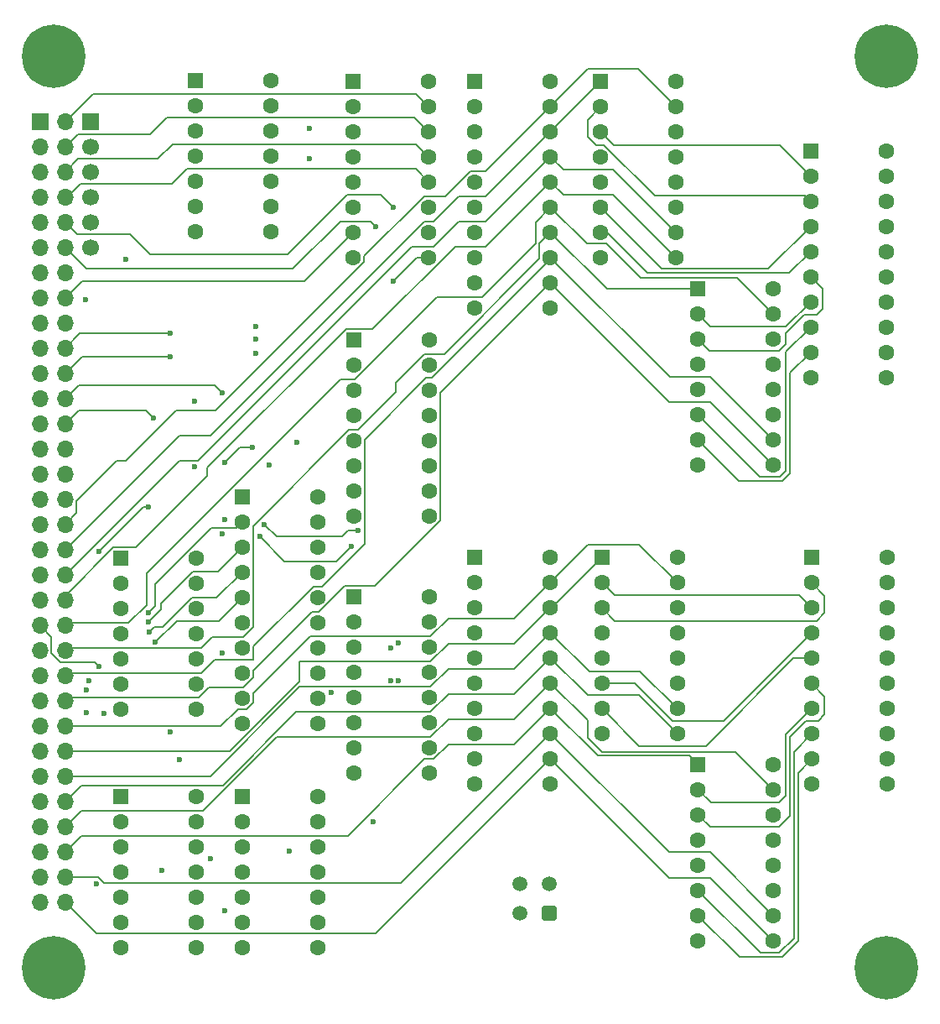
<source format=gbr>
%TF.GenerationSoftware,KiCad,Pcbnew,9.0.4*%
%TF.CreationDate,2025-09-05T01:15:07-04:00*%
%TF.ProjectId,tta8_cu_async,74746138-5f63-4755-9f61-73796e632e6b,0*%
%TF.SameCoordinates,Original*%
%TF.FileFunction,Copper,L2,Inr*%
%TF.FilePolarity,Positive*%
%FSLAX46Y46*%
G04 Gerber Fmt 4.6, Leading zero omitted, Abs format (unit mm)*
G04 Created by KiCad (PCBNEW 9.0.4) date 2025-09-05 01:15:07*
%MOMM*%
%LPD*%
G01*
G04 APERTURE LIST*
G04 Aperture macros list*
%AMRoundRect*
0 Rectangle with rounded corners*
0 $1 Rounding radius*
0 $2 $3 $4 $5 $6 $7 $8 $9 X,Y pos of 4 corners*
0 Add a 4 corners polygon primitive as box body*
4,1,4,$2,$3,$4,$5,$6,$7,$8,$9,$2,$3,0*
0 Add four circle primitives for the rounded corners*
1,1,$1+$1,$2,$3*
1,1,$1+$1,$4,$5*
1,1,$1+$1,$6,$7*
1,1,$1+$1,$8,$9*
0 Add four rect primitives between the rounded corners*
20,1,$1+$1,$2,$3,$4,$5,0*
20,1,$1+$1,$4,$5,$6,$7,0*
20,1,$1+$1,$6,$7,$8,$9,0*
20,1,$1+$1,$8,$9,$2,$3,0*%
G04 Aperture macros list end*
%TA.AperFunction,ComponentPad*%
%ADD10R,1.700000X1.700000*%
%TD*%
%TA.AperFunction,ComponentPad*%
%ADD11C,1.700000*%
%TD*%
%TA.AperFunction,ComponentPad*%
%ADD12RoundRect,0.250000X-0.550000X-0.550000X0.550000X-0.550000X0.550000X0.550000X-0.550000X0.550000X0*%
%TD*%
%TA.AperFunction,ComponentPad*%
%ADD13C,1.600000*%
%TD*%
%TA.AperFunction,ComponentPad*%
%ADD14C,6.400000*%
%TD*%
%TA.AperFunction,ComponentPad*%
%ADD15O,1.700000X1.700000*%
%TD*%
%TA.AperFunction,ComponentPad*%
%ADD16RoundRect,0.250001X0.499999X0.499999X-0.499999X0.499999X-0.499999X-0.499999X0.499999X-0.499999X0*%
%TD*%
%TA.AperFunction,ComponentPad*%
%ADD17C,1.500000*%
%TD*%
%TA.AperFunction,ViaPad*%
%ADD18C,0.600000*%
%TD*%
%TA.AperFunction,Conductor*%
%ADD19C,0.200000*%
%TD*%
G04 APERTURE END LIST*
D10*
%TO.N,srce0*%
%TO.C,J2*%
X62650000Y-57645000D03*
D11*
%TO.N,srce1*%
X62650000Y-60185000D03*
%TO.N,srce2*%
X62650000Y-62725000D03*
%TO.N,dste0*%
X62650000Y-65265000D03*
%TO.N,dste1*%
X62650000Y-67805000D03*
%TO.N,dste2*%
X62650000Y-70345000D03*
%TD*%
D12*
%TO.N,Net-(U4-Q6)*%
%TO.C,U5*%
X89250000Y-105600000D03*
D13*
%TO.N,Net-(U4-Q7)*%
X89250000Y-108140000D03*
%TO.N,GND*%
X89250000Y-110680000D03*
X89250000Y-113220000D03*
X89250000Y-115760000D03*
%TO.N,+5V*%
X89250000Y-118300000D03*
%TO.N,unconnected-(U5-Y7-Pad7)*%
X89250000Y-120840000D03*
%TO.N,GND*%
X89250000Y-123380000D03*
%TO.N,unconnected-(U5-Y6-Pad9)*%
X96870000Y-123380000D03*
%TO.N,unconnected-(U5-Y5-Pad10)*%
X96870000Y-120840000D03*
%TO.N,unconnected-(U5-Y4-Pad11)*%
X96870000Y-118300000D03*
%TO.N,MVI*%
X96870000Y-115760000D03*
%TO.N,mvz*%
X96870000Y-113220000D03*
%TO.N,mvc*%
X96870000Y-110680000D03*
%TO.N,mv*%
X96870000Y-108140000D03*
%TO.N,+5V*%
X96870000Y-105600000D03*
%TD*%
D14*
%TO.N,unconnected-(H3-Pad1)*%
%TO.C,H3*%
X59000000Y-143000000D03*
%TD*%
%TO.N,unconnected-(H2-Pad1)*%
%TO.C,H2*%
X143000000Y-51000000D03*
%TD*%
D12*
%TO.N,Net-(U13-OE)*%
%TO.C,U13*%
X135380000Y-60570000D03*
D13*
%TO.N,a0*%
X135380000Y-63110000D03*
%TO.N,a1*%
X135380000Y-65650000D03*
%TO.N,a2*%
X135380000Y-68190000D03*
%TO.N,a3*%
X135380000Y-70730000D03*
%TO.N,a4*%
X135380000Y-73270000D03*
%TO.N,a5*%
X135380000Y-75810000D03*
%TO.N,a6*%
X135380000Y-78350000D03*
%TO.N,a7*%
X135380000Y-80890000D03*
%TO.N,GND*%
X135380000Y-83430000D03*
%TO.N,+5V*%
X143000000Y-83430000D03*
%TO.N,A7*%
X143000000Y-80890000D03*
%TO.N,A6*%
X143000000Y-78350000D03*
%TO.N,A5*%
X143000000Y-75810000D03*
%TO.N,A4*%
X143000000Y-73270000D03*
%TO.N,A3*%
X143000000Y-70730000D03*
%TO.N,A2*%
X143000000Y-68190000D03*
%TO.N,A1*%
X143000000Y-65650000D03*
%TO.N,A0*%
X143000000Y-63110000D03*
%TO.N,+5V*%
X143000000Y-60570000D03*
%TD*%
D10*
%TO.N,A0*%
%TO.C,J1*%
X57570000Y-57645000D03*
D15*
%TO.N,src0*%
X60110000Y-57645000D03*
%TO.N,A1*%
X57570000Y-60185000D03*
%TO.N,SRC1*%
X60110000Y-60185000D03*
%TO.N,A2*%
X57570000Y-62725000D03*
%TO.N,SRC2*%
X60110000Y-62725000D03*
%TO.N,A3*%
X57570000Y-65265000D03*
%TO.N,SRC3*%
X60110000Y-65265000D03*
%TO.N,A4*%
X57570000Y-67805000D03*
%TO.N,SRC4*%
X60110000Y-67805000D03*
%TO.N,A5*%
X57570000Y-70345000D03*
%TO.N,SRC5*%
X60110000Y-70345000D03*
%TO.N,A6*%
X57570000Y-72885000D03*
%TO.N,SRC6*%
X60110000Y-72885000D03*
%TO.N,A7*%
X57570000Y-75425000D03*
%TO.N,SRC7*%
X60110000Y-75425000D03*
%TO.N,A8*%
X57570000Y-77965000D03*
%TO.N,dst0*%
X60110000Y-77965000D03*
%TO.N,A9*%
X57570000Y-80505000D03*
%TO.N,DST1*%
X60110000Y-80505000D03*
%TO.N,A10*%
X57570000Y-83045000D03*
%TO.N,DST2*%
X60110000Y-83045000D03*
%TO.N,A11*%
X57570000Y-85585000D03*
%TO.N,DST3*%
X60110000Y-85585000D03*
%TO.N,A12*%
X57570000Y-88125000D03*
%TO.N,DST4*%
X60110000Y-88125000D03*
%TO.N,A13*%
X57570000Y-90665000D03*
%TO.N,DST5*%
X60110000Y-90665000D03*
%TO.N,A14*%
X57570000Y-93205000D03*
%TO.N,DST6*%
X60110000Y-93205000D03*
%TO.N,A15*%
X57570000Y-95745000D03*
%TO.N,DST7*%
X60110000Y-95745000D03*
%TO.N,D0*%
X57570000Y-98285000D03*
%TO.N,T0*%
X60110000Y-98285000D03*
%TO.N,D1*%
X57570000Y-100825000D03*
%TO.N,T1*%
X60110000Y-100825000D03*
%TO.N,D2*%
X57570000Y-103365000D03*
%TO.N,T2*%
X60110000Y-103365000D03*
%TO.N,D3*%
X57570000Y-105905000D03*
%TO.N,T3*%
X60110000Y-105905000D03*
%TO.N,D4*%
X57570000Y-108445000D03*
%TO.N,T4*%
X60110000Y-108445000D03*
%TO.N,D5*%
X57570000Y-110985000D03*
%TO.N,T5*%
X60110000Y-110985000D03*
%TO.N,D6*%
X57570000Y-113525000D03*
%TO.N,T6*%
X60110000Y-113525000D03*
%TO.N,D7*%
X57570000Y-116065000D03*
%TO.N,T7*%
X60110000Y-116065000D03*
%TO.N,LDI*%
X57570000Y-118605000D03*
%TO.N,T8*%
X60110000Y-118605000D03*
%TO.N,EXC*%
X57570000Y-121145000D03*
%TO.N,T9*%
X60110000Y-121145000D03*
%TO.N,CLK*%
X57570000Y-123685000D03*
%TO.N,T10*%
X60110000Y-123685000D03*
%TO.N,{slash}R*%
X57570000Y-126225000D03*
%TO.N,T11*%
X60110000Y-126225000D03*
%TO.N,CARRY*%
X57570000Y-128765000D03*
%TO.N,T12*%
X60110000Y-128765000D03*
%TO.N,ZERO*%
X57570000Y-131305000D03*
%TO.N,T13*%
X60110000Y-131305000D03*
%TO.N,MOV*%
X57570000Y-133845000D03*
%TO.N,T14*%
X60110000Y-133845000D03*
%TO.N,MVI*%
X57570000Y-136385000D03*
%TO.N,T15*%
X60110000Y-136385000D03*
%TD*%
D12*
%TO.N,T1*%
%TO.C,U8*%
X114195000Y-53610000D03*
D13*
%TO.N,a1*%
X114195000Y-56150000D03*
%TO.N,a0*%
X114195000Y-58690000D03*
%TO.N,+5V*%
X114195000Y-61230000D03*
%TO.N,LDI*%
X114195000Y-63770000D03*
%TO.N,a2*%
X114195000Y-66310000D03*
%TO.N,a3*%
X114195000Y-68850000D03*
%TO.N,GND*%
X114195000Y-71390000D03*
%TO.N,T3*%
X121815000Y-71390000D03*
%TO.N,T2*%
X121815000Y-68850000D03*
%TO.N,Net-(U10-~{LOAD})*%
X121815000Y-66310000D03*
%TO.N,Net-(U8-~{CO})*%
X121815000Y-63770000D03*
%TO.N,Net-(U8-~{BO})*%
X121815000Y-61230000D03*
%TO.N,R*%
X121815000Y-58690000D03*
%TO.N,T0*%
X121815000Y-56150000D03*
%TO.N,+5V*%
X121815000Y-53610000D03*
%TD*%
D12*
%TO.N,T5*%
%TO.C,U9*%
X123995000Y-74510000D03*
D13*
%TO.N,a5*%
X123995000Y-77050000D03*
%TO.N,a4*%
X123995000Y-79590000D03*
%TO.N,Net-(U8-~{BO})*%
X123995000Y-82130000D03*
%TO.N,Net-(U8-~{CO})*%
X123995000Y-84670000D03*
%TO.N,a6*%
X123995000Y-87210000D03*
%TO.N,a7*%
X123995000Y-89750000D03*
%TO.N,GND*%
X123995000Y-92290000D03*
%TO.N,T7*%
X131615000Y-92290000D03*
%TO.N,T6*%
X131615000Y-89750000D03*
%TO.N,Net-(U10-~{LOAD})*%
X131615000Y-87210000D03*
%TO.N,Net-(U10-UP)*%
X131615000Y-84670000D03*
%TO.N,Net-(U10-DOWN)*%
X131615000Y-82130000D03*
%TO.N,R*%
X131615000Y-79590000D03*
%TO.N,T4*%
X131615000Y-77050000D03*
%TO.N,+5V*%
X131615000Y-74510000D03*
%TD*%
D12*
%TO.N,GND*%
%TO.C,U4*%
X78000000Y-95470000D03*
D13*
%TO.N,D0*%
X78000000Y-98010000D03*
%TO.N,D1*%
X78000000Y-100550000D03*
%TO.N,D2*%
X78000000Y-103090000D03*
%TO.N,D3*%
X78000000Y-105630000D03*
%TO.N,D4*%
X78000000Y-108170000D03*
%TO.N,D5*%
X78000000Y-110710000D03*
%TO.N,D6*%
X78000000Y-113250000D03*
%TO.N,D7*%
X78000000Y-115790000D03*
%TO.N,GND*%
X78000000Y-118330000D03*
%TO.N,LDI*%
X85620000Y-118330000D03*
%TO.N,Net-(U4-Q7)*%
X85620000Y-115790000D03*
%TO.N,Net-(U4-Q6)*%
X85620000Y-113250000D03*
%TO.N,dste2*%
X85620000Y-110710000D03*
%TO.N,dste1*%
X85620000Y-108170000D03*
%TO.N,dste0*%
X85620000Y-105630000D03*
%TO.N,srce2*%
X85620000Y-103090000D03*
%TO.N,srce1*%
X85620000Y-100550000D03*
%TO.N,srce0*%
X85620000Y-98010000D03*
%TO.N,+5V*%
X85620000Y-95470000D03*
%TD*%
D14*
%TO.N,unconnected-(H1-Pad1)*%
%TO.C,H1*%
X59000000Y-51000000D03*
%TD*%
D12*
%TO.N,CARRY*%
%TO.C,U3*%
X65750000Y-125710000D03*
D13*
%TO.N,mvc*%
X65750000Y-128250000D03*
%TO.N,Net-(U2-Pad4)*%
X65750000Y-130790000D03*
%TO.N,ZERO*%
X65750000Y-133330000D03*
%TO.N,mvz*%
X65750000Y-135870000D03*
%TO.N,Net-(U2-Pad5)*%
X65750000Y-138410000D03*
%TO.N,GND*%
X65750000Y-140950000D03*
%TO.N,MOV*%
X73370000Y-140950000D03*
%TO.N,Net-(U2-Pad8)*%
X73370000Y-138410000D03*
%TO.N,EXC*%
X73370000Y-135870000D03*
%TO.N,unconnected-(U3-Pad11)*%
X73370000Y-133330000D03*
%TO.N,unconnected-(U3-Pad12)*%
X73370000Y-130790000D03*
%TO.N,unconnected-(U3-Pad13)*%
X73370000Y-128250000D03*
%TO.N,+5V*%
X73370000Y-125710000D03*
%TD*%
D12*
%TO.N,{slash}R*%
%TO.C,U1*%
X73295000Y-53480000D03*
D13*
%TO.N,LDI*%
X73295000Y-56020000D03*
%TO.N,CLK*%
X73295000Y-58560000D03*
%TO.N,unconnected-(U1A-~{S}-Pad4)*%
X73295000Y-61100000D03*
%TO.N,EXC*%
X73295000Y-63640000D03*
%TO.N,LDI*%
X73295000Y-66180000D03*
%TO.N,GND*%
X73295000Y-68720000D03*
%TO.N,unconnected-(U1B-~{Q}-Pad8)*%
X80915000Y-68720000D03*
%TO.N,unconnected-(U1B-Q-Pad9)*%
X80915000Y-66180000D03*
%TO.N,unconnected-(U1B-~{S}-Pad10)*%
X80915000Y-63640000D03*
%TO.N,unconnected-(U1B-C-Pad11)*%
X80915000Y-61100000D03*
%TO.N,unconnected-(U1B-D-Pad12)*%
X80915000Y-58560000D03*
%TO.N,unconnected-(U1B-~{R}-Pad13)*%
X80915000Y-56020000D03*
%TO.N,+5V*%
X80915000Y-53480000D03*
%TD*%
D12*
%TO.N,srce0*%
%TO.C,U7*%
X89195000Y-53560000D03*
D13*
%TO.N,srce1*%
X89195000Y-56100000D03*
%TO.N,srce2*%
X89195000Y-58640000D03*
%TO.N,GND*%
X89195000Y-61180000D03*
X89195000Y-63720000D03*
%TO.N,+5V*%
X89195000Y-66260000D03*
%TO.N,SRC7*%
X89195000Y-68800000D03*
%TO.N,GND*%
X89195000Y-71340000D03*
%TO.N,SRC6*%
X96815000Y-71340000D03*
%TO.N,SRC5*%
X96815000Y-68800000D03*
%TO.N,SRC4*%
X96815000Y-66260000D03*
%TO.N,SRC3*%
X96815000Y-63720000D03*
%TO.N,SRC2*%
X96815000Y-61180000D03*
%TO.N,SRC1*%
X96815000Y-58640000D03*
%TO.N,src0*%
X96815000Y-56100000D03*
%TO.N,+5V*%
X96815000Y-53560000D03*
%TD*%
D12*
%TO.N,T9*%
%TO.C,U10*%
X114300000Y-101600000D03*
D13*
%TO.N,a9*%
X114300000Y-104140000D03*
%TO.N,a8*%
X114300000Y-106680000D03*
%TO.N,Net-(U10-DOWN)*%
X114300000Y-109220000D03*
%TO.N,Net-(U10-UP)*%
X114300000Y-111760000D03*
%TO.N,a10*%
X114300000Y-114300000D03*
%TO.N,a11*%
X114300000Y-116840000D03*
%TO.N,GND*%
X114300000Y-119380000D03*
%TO.N,T11*%
X121920000Y-119380000D03*
%TO.N,T10*%
X121920000Y-116840000D03*
%TO.N,Net-(U10-~{LOAD})*%
X121920000Y-114300000D03*
%TO.N,Net-(U10-~{CO})*%
X121920000Y-111760000D03*
%TO.N,Net-(U10-~{BO})*%
X121920000Y-109220000D03*
%TO.N,R*%
X121920000Y-106680000D03*
%TO.N,T8*%
X121920000Y-104140000D03*
%TO.N,+5V*%
X121920000Y-101600000D03*
%TD*%
D12*
%TO.N,T13*%
%TO.C,U11*%
X124000000Y-122460000D03*
D13*
%TO.N,a13*%
X124000000Y-125000000D03*
%TO.N,a12*%
X124000000Y-127540000D03*
%TO.N,Net-(U10-~{BO})*%
X124000000Y-130080000D03*
%TO.N,Net-(U10-~{CO})*%
X124000000Y-132620000D03*
%TO.N,a14*%
X124000000Y-135160000D03*
%TO.N,a15*%
X124000000Y-137700000D03*
%TO.N,GND*%
X124000000Y-140240000D03*
%TO.N,T15*%
X131620000Y-140240000D03*
%TO.N,T14*%
X131620000Y-137700000D03*
%TO.N,Net-(U10-~{LOAD})*%
X131620000Y-135160000D03*
%TO.N,unconnected-(U11-~{CO}-Pad12)*%
X131620000Y-132620000D03*
%TO.N,unconnected-(U11-~{BO}-Pad13)*%
X131620000Y-130080000D03*
%TO.N,R*%
X131620000Y-127540000D03*
%TO.N,T12*%
X131620000Y-125000000D03*
%TO.N,+5V*%
X131620000Y-122460000D03*
%TD*%
D12*
%TO.N,unconnected-(U2-Pad1)*%
%TO.C,U2*%
X65750000Y-101700000D03*
D13*
%TO.N,unconnected-(U2-Pad2)*%
X65750000Y-104240000D03*
%TO.N,unconnected-(U2-Pad3)*%
X65750000Y-106780000D03*
%TO.N,Net-(U2-Pad4)*%
X65750000Y-109320000D03*
%TO.N,Net-(U2-Pad5)*%
X65750000Y-111860000D03*
%TO.N,Net-(U2-Pad6)*%
X65750000Y-114400000D03*
%TO.N,GND*%
X65750000Y-116940000D03*
%TO.N,Net-(U2-Pad8)*%
X73370000Y-116940000D03*
%TO.N,Net-(U2-Pad6)*%
X73370000Y-114400000D03*
%TO.N,mv*%
X73370000Y-111860000D03*
%TO.N,unconnected-(U2-Pad11)*%
X73370000Y-109320000D03*
%TO.N,unconnected-(U2-Pad12)*%
X73370000Y-106780000D03*
%TO.N,unconnected-(U2-Pad13)*%
X73370000Y-104240000D03*
%TO.N,+5V*%
X73370000Y-101700000D03*
%TD*%
D12*
%TO.N,dste0*%
%TO.C,U6*%
X89250000Y-79660000D03*
D13*
%TO.N,dste1*%
X89250000Y-82200000D03*
%TO.N,dste2*%
X89250000Y-84740000D03*
%TO.N,GND*%
X89250000Y-87280000D03*
X89250000Y-89820000D03*
%TO.N,+5V*%
X89250000Y-92360000D03*
%TO.N,DST7*%
X89250000Y-94900000D03*
%TO.N,GND*%
X89250000Y-97440000D03*
%TO.N,DST6*%
X96870000Y-97440000D03*
%TO.N,DST5*%
X96870000Y-94900000D03*
%TO.N,DST4*%
X96870000Y-92360000D03*
%TO.N,DST3*%
X96870000Y-89820000D03*
%TO.N,DST2*%
X96870000Y-87280000D03*
%TO.N,DST1*%
X96870000Y-84740000D03*
%TO.N,dst0*%
X96870000Y-82200000D03*
%TO.N,+5V*%
X96870000Y-79660000D03*
%TD*%
D16*
%TO.N,+5V*%
%TO.C,J3*%
X109000000Y-137500000D03*
D17*
%TO.N,GND*%
X106000000Y-137500000D03*
%TO.N,+5V*%
X109000000Y-134500000D03*
%TO.N,GND*%
X106000000Y-134500000D03*
%TD*%
D14*
%TO.N,unconnected-(H4-Pad1)*%
%TO.C,H4*%
X143000000Y-143000000D03*
%TD*%
D12*
%TO.N,Net-(U15-OE)*%
%TO.C,U15*%
X101500000Y-53560000D03*
D13*
%TO.N,GND*%
X101500000Y-56100000D03*
X101500000Y-58640000D03*
X101500000Y-61180000D03*
X101500000Y-63720000D03*
X101500000Y-66260000D03*
X101500000Y-68800000D03*
X101500000Y-71340000D03*
X101500000Y-73880000D03*
X101500000Y-76420000D03*
%TO.N,+5V*%
X109120000Y-76420000D03*
%TO.N,T7*%
X109120000Y-73880000D03*
%TO.N,T6*%
X109120000Y-71340000D03*
%TO.N,T5*%
X109120000Y-68800000D03*
%TO.N,T4*%
X109120000Y-66260000D03*
%TO.N,T3*%
X109120000Y-63720000D03*
%TO.N,T2*%
X109120000Y-61180000D03*
%TO.N,T1*%
X109120000Y-58640000D03*
%TO.N,T0*%
X109120000Y-56100000D03*
%TO.N,+5V*%
X109120000Y-53560000D03*
%TD*%
D12*
%TO.N,Net-(U13-OE)*%
%TO.C,U14*%
X135500000Y-101620000D03*
D13*
%TO.N,a8*%
X135500000Y-104160000D03*
%TO.N,a9*%
X135500000Y-106700000D03*
%TO.N,a10*%
X135500000Y-109240000D03*
%TO.N,a11*%
X135500000Y-111780000D03*
%TO.N,a12*%
X135500000Y-114320000D03*
%TO.N,a13*%
X135500000Y-116860000D03*
%TO.N,a14*%
X135500000Y-119400000D03*
%TO.N,a15*%
X135500000Y-121940000D03*
%TO.N,GND*%
X135500000Y-124480000D03*
%TO.N,+5V*%
X143120000Y-124480000D03*
%TO.N,A15*%
X143120000Y-121940000D03*
%TO.N,A14*%
X143120000Y-119400000D03*
%TO.N,A13*%
X143120000Y-116860000D03*
%TO.N,A12*%
X143120000Y-114320000D03*
%TO.N,A11*%
X143120000Y-111780000D03*
%TO.N,A10*%
X143120000Y-109240000D03*
%TO.N,A9*%
X143120000Y-106700000D03*
%TO.N,A8*%
X143120000Y-104160000D03*
%TO.N,+5V*%
X143120000Y-101620000D03*
%TD*%
D12*
%TO.N,{slash}R*%
%TO.C,U12*%
X78000000Y-125710000D03*
D13*
X78000000Y-128250000D03*
%TO.N,R*%
X78000000Y-130790000D03*
%TO.N,MOV*%
X78000000Y-133330000D03*
%TO.N,dst0*%
X78000000Y-135870000D03*
%TO.N,Net-(U10-~{LOAD})*%
X78000000Y-138410000D03*
%TO.N,GND*%
X78000000Y-140950000D03*
%TO.N,Net-(U13-OE)*%
X85620000Y-140950000D03*
%TO.N,LDI*%
X85620000Y-138410000D03*
X85620000Y-135870000D03*
%TO.N,Net-(U15-OE)*%
X85620000Y-133330000D03*
%TO.N,MOV*%
X85620000Y-130790000D03*
%TO.N,src0*%
X85620000Y-128250000D03*
%TO.N,+5V*%
X85620000Y-125710000D03*
%TD*%
D12*
%TO.N,Net-(U15-OE)*%
%TO.C,U16*%
X101500000Y-101560000D03*
D13*
%TO.N,GND*%
X101500000Y-104100000D03*
X101500000Y-106640000D03*
X101500000Y-109180000D03*
X101500000Y-111720000D03*
X101500000Y-114260000D03*
X101500000Y-116800000D03*
X101500000Y-119340000D03*
X101500000Y-121880000D03*
X101500000Y-124420000D03*
%TO.N,+5V*%
X109120000Y-124420000D03*
%TO.N,T15*%
X109120000Y-121880000D03*
%TO.N,T14*%
X109120000Y-119340000D03*
%TO.N,T13*%
X109120000Y-116800000D03*
%TO.N,T12*%
X109120000Y-114260000D03*
%TO.N,T11*%
X109120000Y-111720000D03*
%TO.N,T10*%
X109120000Y-109180000D03*
%TO.N,T9*%
X109120000Y-106640000D03*
%TO.N,T8*%
X109120000Y-104100000D03*
%TO.N,+5V*%
X109120000Y-101560000D03*
%TD*%
D18*
%TO.N,LDI*%
X70700000Y-119205000D03*
%TO.N,EXC*%
X69900000Y-133200000D03*
X63250000Y-134500000D03*
%TO.N,SRC5*%
X91500000Y-68250000D03*
%TO.N,D6*%
X62250000Y-115000000D03*
%TO.N,D1*%
X68500000Y-108100000D03*
%TO.N,DST6*%
X76000000Y-99250000D03*
X89000000Y-100500000D03*
X79750000Y-99500000D03*
%TO.N,src0*%
X93000000Y-110750000D03*
X93000000Y-114059000D03*
%TO.N,DST1*%
X70750000Y-79000000D03*
%TO.N,DST2*%
X70700000Y-81341000D03*
%TO.N,D7*%
X62250000Y-117250000D03*
%TO.N,D2*%
X68600000Y-109100000D03*
%TO.N,MVI*%
X91250000Y-128250000D03*
%TO.N,{slash}R*%
X73200000Y-92439000D03*
X71669000Y-122000000D03*
X73200000Y-85800000D03*
%TO.N,DST4*%
X79000000Y-90500000D03*
X69000000Y-87500000D03*
X76250000Y-92000000D03*
%TO.N,D4*%
X63555645Y-112555645D03*
%TO.N,DST3*%
X76000000Y-85000000D03*
%TO.N,dst0*%
X93797538Y-113996260D03*
X93750000Y-110250000D03*
X82750000Y-131250000D03*
%TO.N,D5*%
X62500000Y-114000000D03*
%TO.N,D3*%
X69214579Y-110159000D03*
%TO.N,D0*%
X68500000Y-107200000D03*
%TO.N,CLK*%
X62200000Y-75600000D03*
X66250000Y-71550000D03*
%TO.N,SRC6*%
X93250000Y-73750000D03*
%TO.N,DST7*%
X68500000Y-96500000D03*
X80750000Y-92250000D03*
X63500000Y-101000000D03*
%TO.N,DST5*%
X89689300Y-98889300D03*
X80250000Y-98250000D03*
X76250000Y-97750000D03*
%TO.N,SRC4*%
X93250000Y-66250000D03*
%TO.N,srce2*%
X84800000Y-61400000D03*
%TO.N,dste0*%
X79400000Y-78300000D03*
%TO.N,dste2*%
X83500000Y-90000000D03*
X79400000Y-81000000D03*
%TO.N,dste1*%
X79400000Y-79600000D03*
%TO.N,srce1*%
X84800000Y-58300000D03*
%TO.N,mv*%
X87004265Y-115259000D03*
X76000000Y-111211000D03*
%TO.N,Net-(U2-Pad4)*%
X64048265Y-117298265D03*
%TO.N,mvz*%
X76250000Y-137250000D03*
%TO.N,mvc*%
X74750000Y-132000000D03*
%TD*%
D19*
%TO.N,SRC5*%
X83100000Y-72500000D02*
X62265000Y-72500000D01*
X90949000Y-67699000D02*
X87901000Y-67699000D01*
X62265000Y-72500000D02*
X60110000Y-70345000D01*
X91500000Y-68250000D02*
X90949000Y-67699000D01*
X87901000Y-67699000D02*
X83100000Y-72500000D01*
%TO.N,D1*%
X69798210Y-106254740D02*
X73052950Y-103000000D01*
X75550000Y-103000000D02*
X78000000Y-100550000D01*
X69798210Y-106801790D02*
X69798210Y-106254740D01*
X73052950Y-103000000D02*
X75550000Y-103000000D01*
X68500000Y-108100000D02*
X69798210Y-106801790D01*
%TO.N,T9*%
X109120000Y-106640000D02*
X109260000Y-106640000D01*
X109260000Y-106640000D02*
X114300000Y-101600000D01*
X76742050Y-121145000D02*
X60110000Y-121145000D01*
X105479000Y-110281000D02*
X98826050Y-110281000D01*
X83795150Y-114091900D02*
X76742050Y-121145000D01*
X83795150Y-112119000D02*
X83795150Y-114091900D01*
X98826050Y-110281000D02*
X96988050Y-112119000D01*
X109120000Y-106640000D02*
X105479000Y-110281000D01*
X96988050Y-112119000D02*
X83795150Y-112119000D01*
%TO.N,T8*%
X109120000Y-104100000D02*
X112920000Y-100300000D01*
X118080000Y-100300000D02*
X121920000Y-104140000D01*
X112920000Y-100300000D02*
X118080000Y-100300000D01*
X79101000Y-115333950D02*
X79101000Y-116246050D01*
X109120000Y-104100000D02*
X105479000Y-107741000D01*
X96988050Y-109579000D02*
X84855950Y-109579000D01*
X79101000Y-116246050D02*
X78456050Y-116891000D01*
X78456050Y-116891000D02*
X77543950Y-116891000D01*
X84855950Y-109579000D02*
X79101000Y-115333950D01*
X105479000Y-107741000D02*
X98826050Y-107741000D01*
X77543950Y-116891000D02*
X75829950Y-118605000D01*
X98826050Y-107741000D02*
X96988050Y-109579000D01*
X75829950Y-118605000D02*
X60110000Y-118605000D01*
%TO.N,DST6*%
X89000000Y-100500000D02*
X87511000Y-101989000D01*
X82239000Y-101989000D02*
X79750000Y-99500000D01*
X87511000Y-101989000D02*
X82239000Y-101989000D01*
%TO.N,src0*%
X96815000Y-56100000D02*
X95534000Y-54819000D01*
X62936000Y-54819000D02*
X60110000Y-57645000D01*
X95534000Y-54819000D02*
X62936000Y-54819000D01*
%TO.N,T0*%
X75333050Y-86759000D02*
X71286050Y-86759000D01*
X109120000Y-56100000D02*
X102601000Y-62619000D01*
X112920000Y-52300000D02*
X117965000Y-52300000D01*
X61261000Y-97134000D02*
X60110000Y-98285000D01*
X117965000Y-52300000D02*
X121815000Y-56150000D01*
X96358950Y-65159000D02*
X90296000Y-71221950D01*
X66206050Y-91839000D02*
X65293950Y-91839000D01*
X102601000Y-62619000D02*
X101043950Y-62619000D01*
X90296000Y-71221950D02*
X90296000Y-71796050D01*
X90296000Y-71796050D02*
X75333050Y-86759000D01*
X98503950Y-65159000D02*
X96358950Y-65159000D01*
X61261000Y-95871950D02*
X61261000Y-97134000D01*
X109120000Y-56100000D02*
X112920000Y-52300000D01*
X65293950Y-91839000D02*
X61261000Y-95871950D01*
X101043950Y-62619000D02*
X98503950Y-65159000D01*
X71286050Y-86759000D02*
X66206050Y-91839000D01*
%TO.N,DST1*%
X70750000Y-79000000D02*
X61615000Y-79000000D01*
X61615000Y-79000000D02*
X60110000Y-80505000D01*
%TO.N,T15*%
X63236000Y-139511000D02*
X60110000Y-136385000D01*
X121140000Y-133900000D02*
X125280000Y-133900000D01*
X91489000Y-139511000D02*
X63236000Y-139511000D01*
X109120000Y-121880000D02*
X91489000Y-139511000D01*
X109120000Y-121880000D02*
X121140000Y-133900000D01*
X125280000Y-133900000D02*
X131620000Y-140240000D01*
%TO.N,T14*%
X109120000Y-119340000D02*
X94029000Y-134431000D01*
X94029000Y-134431000D02*
X64030943Y-134431000D01*
X109120000Y-119340000D02*
X121080000Y-131300000D01*
X64030943Y-134431000D02*
X63444943Y-133845000D01*
X63444943Y-133845000D02*
X60110000Y-133845000D01*
X125220000Y-131300000D02*
X131620000Y-137700000D01*
X121080000Y-131300000D02*
X125220000Y-131300000D01*
%TO.N,T7*%
X91368050Y-104499000D02*
X88308050Y-104499000D01*
X85032000Y-107069000D02*
X79101000Y-113000000D01*
X109120000Y-73880000D02*
X121140000Y-85900000D01*
X85738050Y-107069000D02*
X85032000Y-107069000D01*
X73577050Y-115750000D02*
X60425000Y-115750000D01*
X79101000Y-113706050D02*
X78118050Y-114689000D01*
X74638050Y-114689000D02*
X73577050Y-115750000D01*
X121140000Y-85900000D02*
X125225000Y-85900000D01*
X88308050Y-104499000D02*
X85738050Y-107069000D01*
X97971000Y-97896050D02*
X91368050Y-104499000D01*
X60425000Y-115750000D02*
X60110000Y-116065000D01*
X97971000Y-85029000D02*
X97971000Y-97896050D01*
X79101000Y-113000000D02*
X79101000Y-113706050D01*
X125225000Y-85900000D02*
X131615000Y-92290000D01*
X78118050Y-114689000D02*
X74638050Y-114689000D01*
X109120000Y-73880000D02*
X97971000Y-85029000D01*
%TO.N,T1*%
X97271050Y-67699000D02*
X96358950Y-67699000D01*
X71636000Y-89299000D02*
X60110000Y-100825000D01*
X114150000Y-53610000D02*
X114195000Y-53610000D01*
X109120000Y-58640000D02*
X102601000Y-65159000D01*
X99811050Y-65159000D02*
X97271050Y-67699000D01*
X102601000Y-65159000D02*
X99811050Y-65159000D01*
X109120000Y-58640000D02*
X114150000Y-53610000D01*
X74758950Y-89299000D02*
X71636000Y-89299000D01*
X96358950Y-67699000D02*
X74758950Y-89299000D01*
%TO.N,DST2*%
X61814000Y-81341000D02*
X60110000Y-83045000D01*
X70700000Y-81341000D02*
X61814000Y-81341000D01*
%TO.N,T13*%
X123140000Y-121600000D02*
X124000000Y-122460000D01*
X105479000Y-120441000D02*
X98826050Y-120441000D01*
X109120000Y-116800000D02*
X109120000Y-117468943D01*
X61726000Y-129689000D02*
X60110000Y-131305000D01*
X88665950Y-129689000D02*
X61726000Y-129689000D01*
X113920000Y-121600000D02*
X123140000Y-121600000D01*
X96413950Y-121941000D02*
X88665950Y-129689000D01*
X109120000Y-116800000D02*
X105479000Y-120441000D01*
X98826050Y-120441000D02*
X97326050Y-121941000D01*
X109120000Y-116800000D02*
X113920000Y-121600000D01*
X97326050Y-121941000D02*
X96413950Y-121941000D01*
%TO.N,D2*%
X69107050Y-108592950D02*
X70000000Y-108592950D01*
X72913950Y-105679000D02*
X75411000Y-105679000D01*
X75411000Y-105679000D02*
X78000000Y-103090000D01*
X68600000Y-109100000D02*
X69107050Y-108592950D01*
X70000000Y-108592950D02*
X72913950Y-105679000D01*
%TO.N,DST4*%
X77750000Y-90500000D02*
X76250000Y-92000000D01*
X68250000Y-86750000D02*
X61485000Y-86750000D01*
X61485000Y-86750000D02*
X60110000Y-88125000D01*
X79000000Y-90500000D02*
X77750000Y-90500000D01*
X69000000Y-87500000D02*
X68250000Y-86750000D01*
%TO.N,T6*%
X96552950Y-83500000D02*
X90351000Y-89701950D01*
X79101000Y-110591950D02*
X79101000Y-111899000D01*
X73826050Y-113299000D02*
X60336000Y-113299000D01*
X109120000Y-71340000D02*
X121180000Y-83400000D01*
X86076050Y-104529000D02*
X85163950Y-104529000D01*
X90351000Y-100254050D02*
X86076050Y-104529000D01*
X125265000Y-83400000D02*
X131615000Y-89750000D01*
X121180000Y-83400000D02*
X125265000Y-83400000D01*
X109120000Y-71340000D02*
X109120000Y-71507050D01*
X90351000Y-89701950D02*
X90351000Y-100254050D01*
X79101000Y-111899000D02*
X75226050Y-111899000D01*
X109120000Y-71507050D02*
X97127050Y-83500000D01*
X60336000Y-113299000D02*
X60110000Y-113525000D01*
X75226050Y-111899000D02*
X73826050Y-113299000D01*
X97127050Y-83500000D02*
X96552950Y-83500000D01*
X85163950Y-104529000D02*
X79101000Y-110591950D01*
%TO.N,SRC1*%
X95376000Y-57201000D02*
X70400000Y-57201000D01*
X68701000Y-58900000D02*
X61395000Y-58900000D01*
X70400000Y-57201000D02*
X68701000Y-58900000D01*
X96815000Y-58640000D02*
X95376000Y-57201000D01*
X61395000Y-58900000D02*
X60110000Y-60185000D01*
%TO.N,SRC3*%
X72400000Y-62400000D02*
X70900000Y-63900000D01*
X96815000Y-63720000D02*
X95495000Y-62400000D01*
X95495000Y-62400000D02*
X72400000Y-62400000D01*
X60335000Y-65265000D02*
X60110000Y-65265000D01*
X61700000Y-63900000D02*
X60335000Y-65265000D01*
X70900000Y-63900000D02*
X61700000Y-63900000D01*
%TO.N,D4*%
X63136000Y-112136000D02*
X59633240Y-112136000D01*
X59633240Y-112136000D02*
X58721000Y-111223760D01*
X58721000Y-109596000D02*
X57570000Y-108445000D01*
X63555645Y-112555645D02*
X63136000Y-112136000D01*
X58721000Y-111223760D02*
X58721000Y-109596000D01*
%TO.N,T4*%
X127974000Y-73409000D02*
X131615000Y-77050000D01*
X68351000Y-106399000D02*
X66531000Y-108219000D01*
X60336000Y-108219000D02*
X60110000Y-108445000D01*
X118186900Y-73409000D02*
X127974000Y-73409000D01*
X107618000Y-69882000D02*
X102181000Y-75319000D01*
X112811000Y-69951000D02*
X114728900Y-69951000D01*
X114728900Y-69951000D02*
X118186900Y-73409000D01*
X97688050Y-75319000D02*
X89368050Y-83639000D01*
X109120000Y-66260000D02*
X112811000Y-69951000D01*
X87944840Y-83639000D02*
X68351000Y-103232840D01*
X109120000Y-66260000D02*
X107618000Y-67762000D01*
X102181000Y-75319000D02*
X97688050Y-75319000D01*
X107618000Y-67762000D02*
X107618000Y-69882000D01*
X66531000Y-108219000D02*
X60336000Y-108219000D01*
X89368050Y-83639000D02*
X87944840Y-83639000D01*
X68351000Y-103232840D02*
X68351000Y-106399000D01*
%TO.N,DST3*%
X76000000Y-85000000D02*
X75219000Y-84219000D01*
X75219000Y-84219000D02*
X61476000Y-84219000D01*
X61476000Y-84219000D02*
X60110000Y-85585000D01*
%TO.N,T5*%
X73826050Y-110759000D02*
X60336000Y-110759000D01*
X60336000Y-110759000D02*
X60110000Y-110985000D01*
X88793950Y-88719000D02*
X79101000Y-98411950D01*
X78118050Y-109609000D02*
X74976050Y-109609000D01*
X96413950Y-81099000D02*
X93500000Y-84012950D01*
X114830000Y-74510000D02*
X123995000Y-74510000D01*
X79101000Y-98411950D02*
X79101000Y-108626050D01*
X108019000Y-69901000D02*
X108019000Y-71481000D01*
X93500000Y-84925050D02*
X89706050Y-88719000D01*
X74976050Y-109609000D02*
X73826050Y-110759000D01*
X108019000Y-71481000D02*
X98401000Y-81099000D01*
X109120000Y-68800000D02*
X108019000Y-69901000D01*
X89706050Y-88719000D02*
X88793950Y-88719000D01*
X79101000Y-108626050D02*
X78118050Y-109609000D01*
X109120000Y-68800000D02*
X114830000Y-74510000D01*
X98401000Y-81099000D02*
X96413950Y-81099000D01*
X93500000Y-84012950D02*
X93500000Y-84925050D01*
%TO.N,SRC2*%
X95534000Y-59899000D02*
X71000000Y-59899000D01*
X61435000Y-61400000D02*
X60110000Y-62725000D01*
X69499000Y-61400000D02*
X61435000Y-61400000D01*
X96815000Y-61180000D02*
X95534000Y-59899000D01*
X71000000Y-59899000D02*
X69499000Y-61400000D01*
%TO.N,T2*%
X109120000Y-61180000D02*
X102601000Y-67699000D01*
X95088050Y-70239000D02*
X73488050Y-91839000D01*
X109120000Y-61180000D02*
X110440000Y-62500000D01*
X71636000Y-91839000D02*
X60110000Y-103365000D01*
X73488050Y-91839000D02*
X71636000Y-91839000D01*
X97271050Y-70239000D02*
X95088050Y-70239000D01*
X99811050Y-67699000D02*
X97271050Y-70239000D01*
X102601000Y-67699000D02*
X99811050Y-67699000D01*
X110440000Y-62500000D02*
X115465000Y-62500000D01*
X115465000Y-62500000D02*
X121815000Y-68850000D01*
%TO.N,SRC7*%
X89195000Y-68800000D02*
X84295000Y-73700000D01*
X84295000Y-73700000D02*
X61835000Y-73700000D01*
X61835000Y-73700000D02*
X60110000Y-75425000D01*
%TO.N,D3*%
X69214579Y-110159000D02*
X71373579Y-108000000D01*
X71373579Y-108000000D02*
X75630000Y-108000000D01*
X75630000Y-108000000D02*
X78000000Y-105630000D01*
%TO.N,D0*%
X74885900Y-98627050D02*
X77382950Y-98627050D01*
X69197210Y-106502790D02*
X69197210Y-104315740D01*
X69197210Y-104315740D02*
X74885900Y-98627050D01*
X68500000Y-107200000D02*
X69197210Y-106502790D01*
X77382950Y-98627050D02*
X78000000Y-98010000D01*
%TO.N,SRC6*%
X96815000Y-71340000D02*
X95660000Y-71340000D01*
X95660000Y-71340000D02*
X93250000Y-73750000D01*
%TO.N,DST7*%
X68500000Y-96500000D02*
X68000000Y-96500000D01*
X68000000Y-96500000D02*
X63500000Y-101000000D01*
%TO.N,DST5*%
X81449000Y-99449000D02*
X80250000Y-98250000D01*
X89689300Y-98889300D02*
X88665221Y-98889300D01*
X88665221Y-98889300D02*
X88105521Y-99449000D01*
X88105521Y-99449000D02*
X81449000Y-99449000D01*
%TO.N,T3*%
X88464840Y-78559000D02*
X74471000Y-92552840D01*
X74471000Y-92552840D02*
X74471000Y-93396050D01*
X67268050Y-100599000D02*
X64964840Y-100599000D01*
X74471000Y-93396050D02*
X67268050Y-100599000D01*
X110400000Y-65000000D02*
X115425000Y-65000000D01*
X109120000Y-63720000D02*
X102601000Y-70239000D01*
X102601000Y-70239000D02*
X99473050Y-70239000D01*
X115425000Y-65000000D02*
X121815000Y-71390000D01*
X99473050Y-70239000D02*
X91153050Y-78559000D01*
X64964840Y-100599000D02*
X60110000Y-105453840D01*
X91153050Y-78559000D02*
X88464840Y-78559000D01*
X109120000Y-63720000D02*
X110400000Y-65000000D01*
X60110000Y-105453840D02*
X60110000Y-105905000D01*
%TO.N,T12*%
X109120000Y-114260000D02*
X105479000Y-117901000D01*
X81465150Y-119739000D02*
X74055150Y-127149000D01*
X112900000Y-118040000D02*
X112900000Y-119800000D01*
X96988050Y-119739000D02*
X81465150Y-119739000D01*
X105479000Y-117901000D02*
X98826050Y-117901000D01*
X127819000Y-121199000D02*
X131620000Y-125000000D01*
X98826050Y-117901000D02*
X96988050Y-119739000D01*
X61726000Y-127149000D02*
X60110000Y-128765000D01*
X74055150Y-127149000D02*
X61726000Y-127149000D01*
X109120000Y-114260000D02*
X112900000Y-118040000D01*
X112900000Y-119800000D02*
X114299000Y-121199000D01*
X114299000Y-121199000D02*
X127819000Y-121199000D01*
%TO.N,T11*%
X96988050Y-117199000D02*
X83438050Y-117199000D01*
X105479000Y-115361000D02*
X98826050Y-115361000D01*
X83438050Y-117199000D02*
X76028050Y-124609000D01*
X76028050Y-124609000D02*
X61726000Y-124609000D01*
X112900000Y-115500000D02*
X118040000Y-115500000D01*
X118040000Y-115500000D02*
X121920000Y-119380000D01*
X109120000Y-111720000D02*
X105479000Y-115361000D01*
X109120000Y-111720000D02*
X112900000Y-115500000D01*
X98826050Y-115361000D02*
X96988050Y-117199000D01*
X61726000Y-124609000D02*
X60110000Y-126225000D01*
%TO.N,T10*%
X113040000Y-113100000D02*
X118180000Y-113100000D01*
X109120000Y-109180000D02*
X113040000Y-113100000D01*
X109120000Y-109180000D02*
X105479000Y-112821000D01*
X96988050Y-114659000D02*
X83795150Y-114659000D01*
X105479000Y-112821000D02*
X98826050Y-112821000D01*
X74769150Y-123685000D02*
X60110000Y-123685000D01*
X118180000Y-113100000D02*
X121920000Y-116840000D01*
X83795150Y-114659000D02*
X74769150Y-123685000D01*
X98826050Y-112821000D02*
X96988050Y-114659000D01*
%TO.N,SRC4*%
X93250000Y-66250000D02*
X92000000Y-65000000D01*
X82600000Y-71000000D02*
X68700000Y-71000000D01*
X88600000Y-65000000D02*
X82600000Y-71000000D01*
X68700000Y-71000000D02*
X66700000Y-69000000D01*
X61305000Y-69000000D02*
X60110000Y-67805000D01*
X66700000Y-69000000D02*
X61305000Y-69000000D01*
X92000000Y-65000000D02*
X88600000Y-65000000D01*
%TO.N,a2*%
X120376000Y-72491000D02*
X114195000Y-66310000D01*
X131079000Y-72491000D02*
X120376000Y-72491000D01*
X135380000Y-68190000D02*
X131079000Y-72491000D01*
%TO.N,a3*%
X118900000Y-72900000D02*
X114850000Y-68850000D01*
X133210000Y-72900000D02*
X118900000Y-72900000D01*
X135380000Y-70730000D02*
X133210000Y-72900000D01*
X114850000Y-68850000D02*
X114195000Y-68850000D01*
%TO.N,a0*%
X135380000Y-63110000D02*
X132270000Y-60000000D01*
X132270000Y-60000000D02*
X115505000Y-60000000D01*
X115505000Y-60000000D02*
X114195000Y-58690000D01*
%TO.N,a1*%
X112900000Y-57445000D02*
X114195000Y-56150000D01*
X134830000Y-65100000D02*
X119622050Y-65100000D01*
X112900000Y-59200000D02*
X112900000Y-57445000D01*
X114522050Y-60000000D02*
X113700000Y-60000000D01*
X113700000Y-60000000D02*
X112900000Y-59200000D01*
X119622050Y-65100000D02*
X114522050Y-60000000D01*
X135380000Y-65650000D02*
X134830000Y-65100000D01*
%TO.N,a7*%
X135380000Y-80890000D02*
X133300000Y-82970000D01*
X132500000Y-93900000D02*
X128145000Y-93900000D01*
X135380000Y-81487100D02*
X135380000Y-80890000D01*
X128145000Y-93900000D02*
X123995000Y-89750000D01*
X133300000Y-93100000D02*
X132500000Y-93900000D01*
X133300000Y-82970000D02*
X133300000Y-93100000D01*
%TO.N,a5*%
X125245000Y-78300000D02*
X123995000Y-77050000D01*
X135380000Y-75810000D02*
X132890000Y-78300000D01*
X132890000Y-78300000D02*
X125245000Y-78300000D01*
%TO.N,a6*%
X130285000Y-93500000D02*
X123995000Y-87210000D01*
X132300000Y-93500000D02*
X130285000Y-93500000D01*
X132900000Y-92900000D02*
X132300000Y-93500000D01*
X135380000Y-78350000D02*
X132900000Y-80830000D01*
X132900000Y-80830000D02*
X132900000Y-92900000D01*
%TO.N,a4*%
X135985050Y-77100000D02*
X134749950Y-77100000D01*
X135380000Y-73270000D02*
X136600000Y-74490000D01*
X132900000Y-80100000D02*
X132200000Y-80800000D01*
X134749950Y-77100000D02*
X132900000Y-78949950D01*
X132900000Y-78949950D02*
X132900000Y-80100000D01*
X125205000Y-80800000D02*
X123995000Y-79590000D01*
X136600000Y-76485050D02*
X135985050Y-77100000D01*
X136600000Y-74490000D02*
X136600000Y-76485050D01*
X132200000Y-80800000D02*
X125205000Y-80800000D01*
%TO.N,a10*%
X121400000Y-118100000D02*
X117600000Y-114300000D01*
X135500000Y-109240000D02*
X126640000Y-118100000D01*
X117600000Y-114300000D02*
X114300000Y-114300000D01*
X126640000Y-118100000D02*
X121400000Y-118100000D01*
%TO.N,a11*%
X135500000Y-111780000D02*
X133620000Y-111780000D01*
X124800000Y-120600000D02*
X118060000Y-120600000D01*
X133620000Y-111780000D02*
X124800000Y-120600000D01*
X118060000Y-120600000D02*
X114300000Y-116840000D01*
%TO.N,a9*%
X134200000Y-105400000D02*
X115560000Y-105400000D01*
X115560000Y-105400000D02*
X114300000Y-104140000D01*
X135500000Y-106700000D02*
X134200000Y-105400000D01*
%TO.N,a8*%
X136800000Y-105460000D02*
X136800000Y-107200000D01*
X136000000Y-108000000D02*
X115620000Y-108000000D01*
X135500000Y-104160000D02*
X136800000Y-105460000D01*
X115620000Y-108000000D02*
X114300000Y-106680000D01*
X136800000Y-107200000D02*
X136000000Y-108000000D01*
%TO.N,a13*%
X125300000Y-126300000D02*
X124000000Y-125000000D01*
X132900000Y-119460000D02*
X132900000Y-125600000D01*
X135500000Y-116860000D02*
X132900000Y-119460000D01*
X132200000Y-126300000D02*
X125300000Y-126300000D01*
X132900000Y-125600000D02*
X132200000Y-126300000D01*
%TO.N,a14*%
X132200000Y-141500000D02*
X130340000Y-141500000D01*
X130340000Y-141500000D02*
X124000000Y-135160000D01*
X135500000Y-119400000D02*
X133700000Y-121200000D01*
X133700000Y-140000000D02*
X132200000Y-141500000D01*
X133700000Y-121200000D02*
X133700000Y-140000000D01*
%TO.N,a12*%
X133300000Y-119700000D02*
X133300000Y-127700000D01*
X125260000Y-128800000D02*
X124000000Y-127540000D01*
X133300000Y-127700000D02*
X132200000Y-128800000D01*
X134900000Y-118100000D02*
X133300000Y-119700000D01*
X136800000Y-117455050D02*
X136155050Y-118100000D01*
X136155050Y-118100000D02*
X134900000Y-118100000D01*
X132200000Y-128800000D02*
X125260000Y-128800000D01*
X135500000Y-114320000D02*
X136800000Y-115620000D01*
X136800000Y-115620000D02*
X136800000Y-117455050D01*
%TO.N,a15*%
X128200000Y-141900000D02*
X124000000Y-137700000D01*
X135500000Y-121940000D02*
X134100000Y-123340000D01*
X134100000Y-140300000D02*
X132500000Y-141900000D01*
X132500000Y-141900000D02*
X128200000Y-141900000D01*
X134100000Y-123340000D02*
X134100000Y-140300000D01*
%TD*%
M02*

</source>
